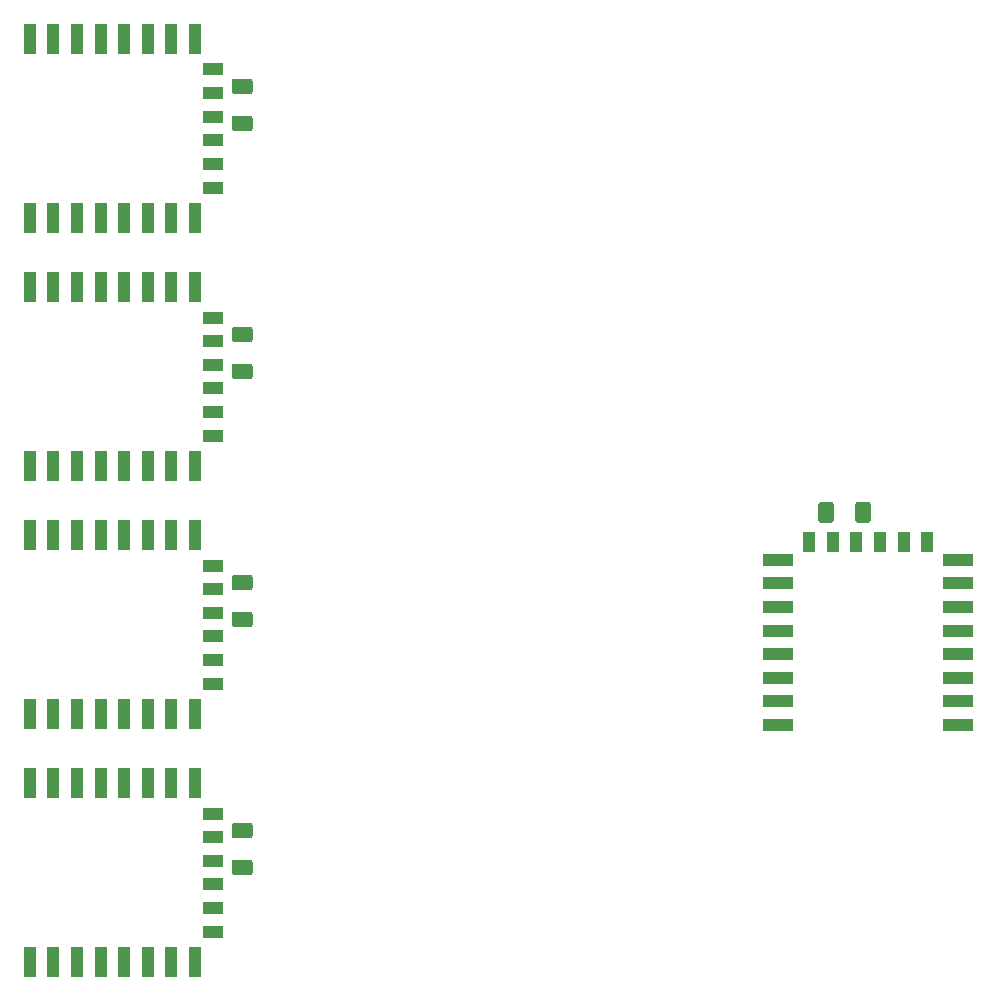
<source format=gbr>
%TF.GenerationSoftware,KiCad,Pcbnew,(5.1.9)-1*%
%TF.CreationDate,2021-03-18T16:40:48+01:00*%
%TF.ProjectId,DOORSENSOR,444f4f52-5345-44e5-934f-522e6b696361,rev?*%
%TF.SameCoordinates,Original*%
%TF.FileFunction,Paste,Top*%
%TF.FilePolarity,Positive*%
%FSLAX46Y46*%
G04 Gerber Fmt 4.6, Leading zero omitted, Abs format (unit mm)*
G04 Created by KiCad (PCBNEW (5.1.9)-1) date 2021-03-18 16:40:48*
%MOMM*%
%LPD*%
G01*
G04 APERTURE LIST*
%ADD10R,2.500000X1.000000*%
%ADD11R,1.000000X1.800000*%
%ADD12R,1.000000X2.500000*%
%ADD13R,1.800000X1.000000*%
G04 APERTURE END LIST*
D10*
%TO.C,U1*%
X142400000Y-113500000D03*
X142400000Y-111500000D03*
X142400000Y-109500000D03*
X142400000Y-107500000D03*
X142400000Y-105500000D03*
X142400000Y-103500000D03*
X142400000Y-101500000D03*
X142400000Y-99500000D03*
D11*
X145000000Y-98000000D03*
X147000000Y-98000000D03*
X149000000Y-98000000D03*
X151000000Y-98000000D03*
X153000000Y-98000000D03*
X155000000Y-98000000D03*
D10*
X157600000Y-99500000D03*
X157600000Y-101500000D03*
X157600000Y-103500000D03*
X157600000Y-105500000D03*
X157600000Y-107500000D03*
X157600000Y-109500000D03*
X157600000Y-111500000D03*
X157600000Y-113500000D03*
%TD*%
%TO.C,C2*%
G36*
G01*
X148900000Y-96150001D02*
X148900000Y-94849999D01*
G75*
G02*
X149149999Y-94600000I249999J0D01*
G01*
X149975001Y-94600000D01*
G75*
G02*
X150225000Y-94849999I0J-249999D01*
G01*
X150225000Y-96150001D01*
G75*
G02*
X149975001Y-96400000I-249999J0D01*
G01*
X149149999Y-96400000D01*
G75*
G02*
X148900000Y-96150001I0J249999D01*
G01*
G37*
G36*
G01*
X145775000Y-96150001D02*
X145775000Y-94849999D01*
G75*
G02*
X146024999Y-94600000I249999J0D01*
G01*
X146850001Y-94600000D01*
G75*
G02*
X147100000Y-94849999I0J-249999D01*
G01*
X147100000Y-96150001D01*
G75*
G02*
X146850001Y-96400000I-249999J0D01*
G01*
X146024999Y-96400000D01*
G75*
G02*
X145775000Y-96150001I0J249999D01*
G01*
G37*
%TD*%
%TO.C,C2*%
G36*
G01*
X96349999Y-124900000D02*
X97650001Y-124900000D01*
G75*
G02*
X97900000Y-125149999I0J-249999D01*
G01*
X97900000Y-125975001D01*
G75*
G02*
X97650001Y-126225000I-249999J0D01*
G01*
X96349999Y-126225000D01*
G75*
G02*
X96100000Y-125975001I0J249999D01*
G01*
X96100000Y-125149999D01*
G75*
G02*
X96349999Y-124900000I249999J0D01*
G01*
G37*
G36*
G01*
X96349999Y-121775000D02*
X97650001Y-121775000D01*
G75*
G02*
X97900000Y-122024999I0J-249999D01*
G01*
X97900000Y-122850001D01*
G75*
G02*
X97650001Y-123100000I-249999J0D01*
G01*
X96349999Y-123100000D01*
G75*
G02*
X96100000Y-122850001I0J249999D01*
G01*
X96100000Y-122024999D01*
G75*
G02*
X96349999Y-121775000I249999J0D01*
G01*
G37*
%TD*%
D12*
%TO.C,U1*%
X79000000Y-118400000D03*
X81000000Y-118400000D03*
X83000000Y-118400000D03*
X85000000Y-118400000D03*
X87000000Y-118400000D03*
X89000000Y-118400000D03*
X91000000Y-118400000D03*
X93000000Y-118400000D03*
D13*
X94500000Y-121000000D03*
X94500000Y-123000000D03*
X94500000Y-125000000D03*
X94500000Y-127000000D03*
X94500000Y-129000000D03*
X94500000Y-131000000D03*
D12*
X93000000Y-133600000D03*
X91000000Y-133600000D03*
X89000000Y-133600000D03*
X87000000Y-133600000D03*
X85000000Y-133600000D03*
X83000000Y-133600000D03*
X81000000Y-133600000D03*
X79000000Y-133600000D03*
%TD*%
%TO.C,C2*%
G36*
G01*
X96349999Y-100775000D02*
X97650001Y-100775000D01*
G75*
G02*
X97900000Y-101024999I0J-249999D01*
G01*
X97900000Y-101850001D01*
G75*
G02*
X97650001Y-102100000I-249999J0D01*
G01*
X96349999Y-102100000D01*
G75*
G02*
X96100000Y-101850001I0J249999D01*
G01*
X96100000Y-101024999D01*
G75*
G02*
X96349999Y-100775000I249999J0D01*
G01*
G37*
G36*
G01*
X96349999Y-103900000D02*
X97650001Y-103900000D01*
G75*
G02*
X97900000Y-104149999I0J-249999D01*
G01*
X97900000Y-104975001D01*
G75*
G02*
X97650001Y-105225000I-249999J0D01*
G01*
X96349999Y-105225000D01*
G75*
G02*
X96100000Y-104975001I0J249999D01*
G01*
X96100000Y-104149999D01*
G75*
G02*
X96349999Y-103900000I249999J0D01*
G01*
G37*
%TD*%
%TO.C,U1*%
X79000000Y-112600000D03*
X81000000Y-112600000D03*
X83000000Y-112600000D03*
X85000000Y-112600000D03*
X87000000Y-112600000D03*
X89000000Y-112600000D03*
X91000000Y-112600000D03*
X93000000Y-112600000D03*
D13*
X94500000Y-110000000D03*
X94500000Y-108000000D03*
X94500000Y-106000000D03*
X94500000Y-104000000D03*
X94500000Y-102000000D03*
X94500000Y-100000000D03*
D12*
X93000000Y-97400000D03*
X91000000Y-97400000D03*
X89000000Y-97400000D03*
X87000000Y-97400000D03*
X85000000Y-97400000D03*
X83000000Y-97400000D03*
X81000000Y-97400000D03*
X79000000Y-97400000D03*
%TD*%
%TO.C,U1*%
X79000000Y-76400000D03*
X81000000Y-76400000D03*
X83000000Y-76400000D03*
X85000000Y-76400000D03*
X87000000Y-76400000D03*
X89000000Y-76400000D03*
X91000000Y-76400000D03*
X93000000Y-76400000D03*
D13*
X94500000Y-79000000D03*
X94500000Y-81000000D03*
X94500000Y-83000000D03*
X94500000Y-85000000D03*
X94500000Y-87000000D03*
X94500000Y-89000000D03*
D12*
X93000000Y-91600000D03*
X91000000Y-91600000D03*
X89000000Y-91600000D03*
X87000000Y-91600000D03*
X85000000Y-91600000D03*
X83000000Y-91600000D03*
X81000000Y-91600000D03*
X79000000Y-91600000D03*
%TD*%
%TO.C,C2*%
G36*
G01*
X96349999Y-82900000D02*
X97650001Y-82900000D01*
G75*
G02*
X97900000Y-83149999I0J-249999D01*
G01*
X97900000Y-83975001D01*
G75*
G02*
X97650001Y-84225000I-249999J0D01*
G01*
X96349999Y-84225000D01*
G75*
G02*
X96100000Y-83975001I0J249999D01*
G01*
X96100000Y-83149999D01*
G75*
G02*
X96349999Y-82900000I249999J0D01*
G01*
G37*
G36*
G01*
X96349999Y-79775000D02*
X97650001Y-79775000D01*
G75*
G02*
X97900000Y-80024999I0J-249999D01*
G01*
X97900000Y-80850001D01*
G75*
G02*
X97650001Y-81100000I-249999J0D01*
G01*
X96349999Y-81100000D01*
G75*
G02*
X96100000Y-80850001I0J249999D01*
G01*
X96100000Y-80024999D01*
G75*
G02*
X96349999Y-79775000I249999J0D01*
G01*
G37*
%TD*%
%TO.C,U1*%
X79000000Y-70600000D03*
X81000000Y-70600000D03*
X83000000Y-70600000D03*
X85000000Y-70600000D03*
X87000000Y-70600000D03*
X89000000Y-70600000D03*
X91000000Y-70600000D03*
X93000000Y-70600000D03*
D13*
X94500000Y-68000000D03*
X94500000Y-66000000D03*
X94500000Y-64000000D03*
X94500000Y-62000000D03*
X94500000Y-60000000D03*
X94500000Y-58000000D03*
D12*
X93000000Y-55400000D03*
X91000000Y-55400000D03*
X89000000Y-55400000D03*
X87000000Y-55400000D03*
X85000000Y-55400000D03*
X83000000Y-55400000D03*
X81000000Y-55400000D03*
X79000000Y-55400000D03*
%TD*%
%TO.C,C2*%
G36*
G01*
X96349999Y-58775000D02*
X97650001Y-58775000D01*
G75*
G02*
X97900000Y-59024999I0J-249999D01*
G01*
X97900000Y-59850001D01*
G75*
G02*
X97650001Y-60100000I-249999J0D01*
G01*
X96349999Y-60100000D01*
G75*
G02*
X96100000Y-59850001I0J249999D01*
G01*
X96100000Y-59024999D01*
G75*
G02*
X96349999Y-58775000I249999J0D01*
G01*
G37*
G36*
G01*
X96349999Y-61900000D02*
X97650001Y-61900000D01*
G75*
G02*
X97900000Y-62149999I0J-249999D01*
G01*
X97900000Y-62975001D01*
G75*
G02*
X97650001Y-63225000I-249999J0D01*
G01*
X96349999Y-63225000D01*
G75*
G02*
X96100000Y-62975001I0J249999D01*
G01*
X96100000Y-62149999D01*
G75*
G02*
X96349999Y-61900000I249999J0D01*
G01*
G37*
%TD*%
M02*

</source>
